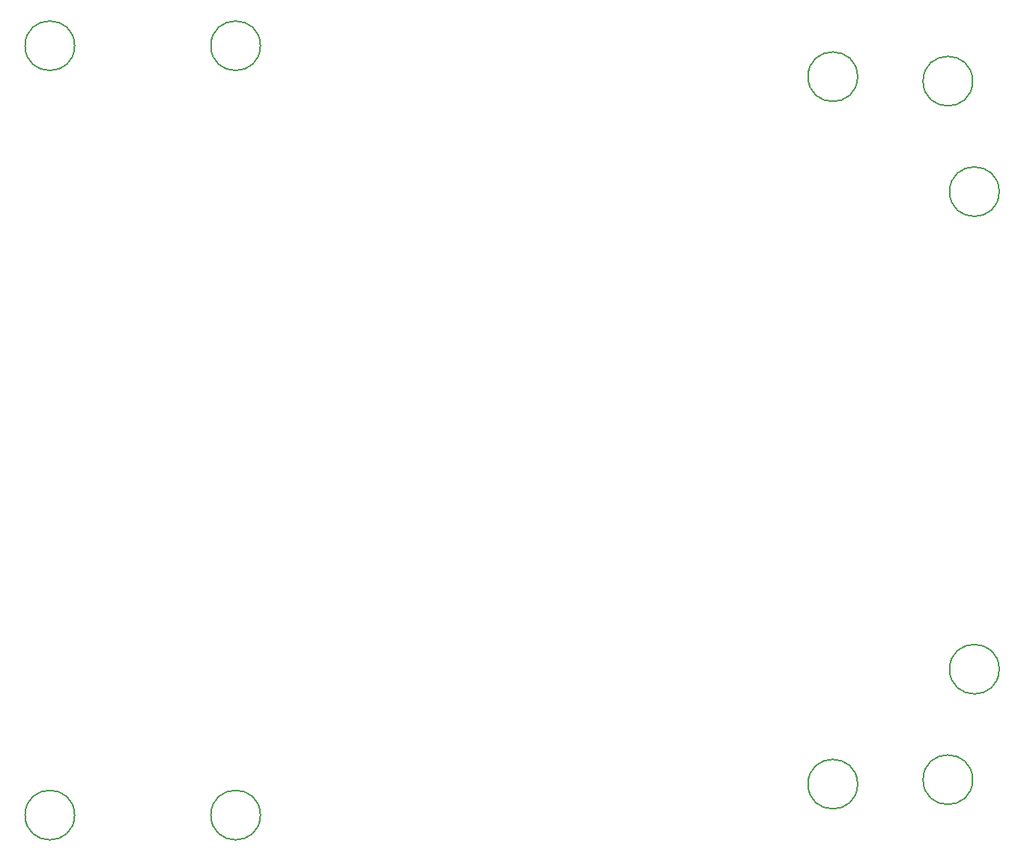
<source format=gbr>
%TF.GenerationSoftware,KiCad,Pcbnew,7.0.8*%
%TF.CreationDate,2023-10-27T12:05:37-04:00*%
%TF.ProjectId,mainboard_dual_battery,6d61696e-626f-4617-9264-5f6475616c5f,rev?*%
%TF.SameCoordinates,PX1312d00PY5f5e100*%
%TF.FileFunction,Other,Comment*%
%FSLAX46Y46*%
G04 Gerber Fmt 4.6, Leading zero omitted, Abs format (unit mm)*
G04 Created by KiCad (PCBNEW 7.0.8) date 2023-10-27 12:05:37*
%MOMM*%
%LPD*%
G01*
G04 APERTURE LIST*
%ADD10C,0.150000*%
G04 APERTURE END LIST*
D10*
%TO.C,REF\u002A\u002A*%
X7300000Y-43500000D02*
G75*
G03*
X7300000Y-43500000I-2800000J0D01*
G01*
X111800000Y-27000000D02*
G75*
G03*
X111800000Y-27000000I-2800000J0D01*
G01*
X111800000Y27000000D02*
G75*
G03*
X111800000Y27000000I-2800000J0D01*
G01*
X95800000Y40000000D02*
G75*
G03*
X95800000Y40000000I-2800000J0D01*
G01*
X108800000Y-39500000D02*
G75*
G03*
X108800000Y-39500000I-2800000J0D01*
G01*
X108800000Y39500000D02*
G75*
G03*
X108800000Y39500000I-2800000J0D01*
G01*
X95800000Y-40000000D02*
G75*
G03*
X95800000Y-40000000I-2800000J0D01*
G01*
X28300000Y43500000D02*
G75*
G03*
X28300000Y43500000I-2800000J0D01*
G01*
X7300000Y43500000D02*
G75*
G03*
X7300000Y43500000I-2800000J0D01*
G01*
X28300000Y-43500000D02*
G75*
G03*
X28300000Y-43500000I-2800000J0D01*
G01*
%TD*%
M02*

</source>
